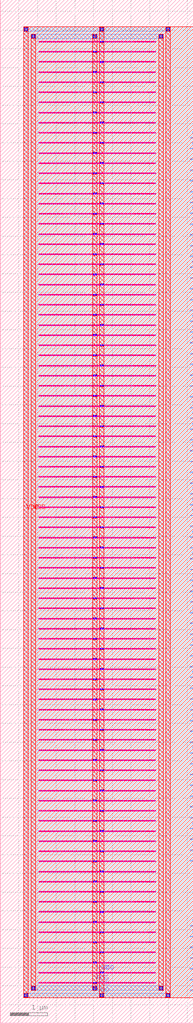
<source format=lef>
VERSION 5.8 ;
BUSBITCHARS "[]" ;
DIVIDERCHAR "/" ;
UNITS
    DATABASE MICRONS 1000 ;
END UNITS

VIA fakeram7_256x32_via1_2_3132_18_1_87_36_36
  VIARULE M2_M1 ;
  CUTSIZE 0.018 0.018 ;
  LAYERS M1 V1 M2 ;
  CUTSPACING 0.018 0.018 ;
  ENCLOSURE 0 0 0.002 0 ;
  ROWCOL 1 87 ;
END fakeram7_256x32_via1_2_3132_18_1_87_36_36

VIA fakeram7_256x32_VIA23_1_3_36_36
    LAYER M2 ;
      RECT  -0.05 -0.009 0.05 0.009 ;
    LAYER M3 ;
      RECT  -0.045 -0.014 0.045 0.014 ;
    LAYER V2 ;
      RECT  0.027 -0.009 0.045 0.009 ;
      RECT  -0.009 -0.009 0.009 0.009 ;
      RECT  -0.045 -0.009 -0.027 0.009 ;
END fakeram7_256x32_VIA23_1_3_36_36

VIA fakeram7_256x32_VIA34_1_2_58_52
    LAYER M3 ;
      RECT  -0.04 -0.017 0.04 0.017 ;
    LAYER M4 ;
      RECT  -0.046 -0.012 0.046 0.012 ;
    LAYER V3 ;
      RECT  0.017 -0.012 0.035 0.012 ;
      RECT  -0.035 -0.012 -0.017 0.012 ;
END fakeram7_256x32_VIA34_1_2_58_52

VIA fakeram7_256x32_VIA45_1_2_58_58
    LAYER M4 ;
      RECT  -0.052 -0.012 0.052 0.012 ;
    LAYER M5 ;
      RECT  -0.06 -0.023 0.06 0.023 ;
    LAYER V4 ;
      RECT  0.017 -0.012 0.041 0.012 ;
      RECT  -0.041 -0.012 -0.017 0.012 ;
END fakeram7_256x32_VIA45_1_2_58_58

VIA fakeram7_256x32_VIA45_2_2_58_58
    LAYER M4 ;
      RECT  -0.052 -0.06 0.052 0.06 ;
    LAYER M5 ;
      RECT  -0.06 -0.052 0.06 0.052 ;
    LAYER V4 ;
      RECT  0.017 0.017 0.041 0.041 ;
      RECT  -0.041 0.017 -0.017 0.041 ;
      RECT  0.017 -0.041 0.041 -0.017 ;
      RECT  -0.041 -0.041 -0.017 -0.017 ;
END fakeram7_256x32_VIA45_2_2_58_58

MACRO fakeram7_256x32
  FOREIGN fakeram7_256x32 0 0 ;
  CLASS BLOCK ;
  SIZE 5.163 BY 27.304 ;
  PIN VDD
    USE POWER ;
    DIRECTION INOUT ;
    PORT
      LAYER M5 ;
        RECT  2.658 0.684 2.778 26.586 ;
      LAYER M2 ;
        RECT  1.026 26.181 4.158 26.199 ;
        RECT  1.026 25.641 4.158 25.659 ;
        RECT  1.026 25.101 4.158 25.119 ;
        RECT  1.026 24.561 4.158 24.579 ;
        RECT  1.026 24.021 4.158 24.039 ;
        RECT  1.026 23.481 4.158 23.499 ;
        RECT  1.026 22.941 4.158 22.959 ;
        RECT  1.026 22.401 4.158 22.419 ;
        RECT  1.026 21.861 4.158 21.879 ;
        RECT  1.026 21.321 4.158 21.339 ;
        RECT  1.026 20.781 4.158 20.799 ;
        RECT  1.026 20.241 4.158 20.259 ;
        RECT  1.026 19.701 4.158 19.719 ;
        RECT  1.026 19.161 4.158 19.179 ;
        RECT  1.026 18.621 4.158 18.639 ;
        RECT  1.026 18.081 4.158 18.099 ;
        RECT  1.026 17.541 4.158 17.559 ;
        RECT  1.026 17.001 4.158 17.019 ;
        RECT  1.026 16.461 4.158 16.479 ;
        RECT  1.026 15.921 4.158 15.939 ;
        RECT  1.026 15.381 4.158 15.399 ;
        RECT  1.026 14.841 4.158 14.859 ;
        RECT  1.026 14.301 4.158 14.319 ;
        RECT  1.026 13.761 4.158 13.779 ;
        RECT  1.026 13.221 4.158 13.239 ;
        RECT  1.026 12.681 4.158 12.699 ;
        RECT  1.026 12.141 4.158 12.159 ;
        RECT  1.026 11.601 4.158 11.619 ;
        RECT  1.026 11.061 4.158 11.079 ;
        RECT  1.026 10.521 4.158 10.539 ;
        RECT  1.026 9.981 4.158 9.999 ;
        RECT  1.026 9.441 4.158 9.459 ;
        RECT  1.026 8.901 4.158 8.919 ;
        RECT  1.026 8.361 4.158 8.379 ;
        RECT  1.026 7.821 4.158 7.839 ;
        RECT  1.026 7.281 4.158 7.299 ;
        RECT  1.026 6.741 4.158 6.759 ;
        RECT  1.026 6.201 4.158 6.219 ;
        RECT  1.026 5.661 4.158 5.679 ;
        RECT  1.026 5.121 4.158 5.139 ;
        RECT  1.026 4.581 4.158 4.599 ;
        RECT  1.026 4.041 4.158 4.059 ;
        RECT  1.026 3.501 4.158 3.519 ;
        RECT  1.026 2.961 4.158 2.979 ;
        RECT  1.026 2.421 4.158 2.439 ;
        RECT  1.026 1.881 4.158 1.899 ;
        RECT  1.026 1.341 4.158 1.359 ;
      LAYER M1 ;
        RECT  1.026 26.181 4.158 26.199 ;
        RECT  1.026 25.641 4.158 25.659 ;
        RECT  1.026 25.101 4.158 25.119 ;
        RECT  1.026 24.561 4.158 24.579 ;
        RECT  1.026 24.021 4.158 24.039 ;
        RECT  1.026 23.481 4.158 23.499 ;
        RECT  1.026 22.941 4.158 22.959 ;
        RECT  1.026 22.401 4.158 22.419 ;
        RECT  1.026 21.861 4.158 21.879 ;
        RECT  1.026 21.321 4.158 21.339 ;
        RECT  1.026 20.781 4.158 20.799 ;
        RECT  1.026 20.241 4.158 20.259 ;
        RECT  1.026 19.701 4.158 19.719 ;
        RECT  1.026 19.161 4.158 19.179 ;
        RECT  1.026 18.621 4.158 18.639 ;
        RECT  1.026 18.081 4.158 18.099 ;
        RECT  1.026 17.541 4.158 17.559 ;
        RECT  1.026 17.001 4.158 17.019 ;
        RECT  1.026 16.461 4.158 16.479 ;
        RECT  1.026 15.921 4.158 15.939 ;
        RECT  1.026 15.381 4.158 15.399 ;
        RECT  1.026 14.841 4.158 14.859 ;
        RECT  1.026 14.301 4.158 14.319 ;
        RECT  1.026 13.761 4.158 13.779 ;
        RECT  1.026 13.221 4.158 13.239 ;
        RECT  1.026 12.681 4.158 12.699 ;
        RECT  1.026 12.141 4.158 12.159 ;
        RECT  1.026 11.601 4.158 11.619 ;
        RECT  1.026 11.061 4.158 11.079 ;
        RECT  1.026 10.521 4.158 10.539 ;
        RECT  1.026 9.981 4.158 9.999 ;
        RECT  1.026 9.441 4.158 9.459 ;
        RECT  1.026 8.901 4.158 8.919 ;
        RECT  1.026 8.361 4.158 8.379 ;
        RECT  1.026 7.821 4.158 7.839 ;
        RECT  1.026 7.281 4.158 7.299 ;
        RECT  1.026 6.741 4.158 6.759 ;
        RECT  1.026 6.201 4.158 6.219 ;
        RECT  1.026 5.661 4.158 5.679 ;
        RECT  1.026 5.121 4.158 5.139 ;
        RECT  1.026 4.581 4.158 4.599 ;
        RECT  1.026 4.041 4.158 4.059 ;
        RECT  1.026 3.501 4.158 3.519 ;
        RECT  1.026 2.961 4.158 2.979 ;
        RECT  1.026 2.421 4.158 2.439 ;
        RECT  1.026 1.881 4.158 1.899 ;
        RECT  1.026 1.341 4.158 1.359 ;
      LAYER M5 ;
        RECT  4.434 0.684 4.554 26.586 ;
      LAYER M4 ;
        RECT  0.63 26.466 4.554 26.586 ;
        RECT  0.63 0.684 4.554 0.804 ;
      LAYER M5 ;
        RECT  0.63 0.684 0.75 26.586 ;
      VIA 4.494 26.526 fakeram7_256x32_VIA45_2_2_58_58 ;
      VIA 4.494 0.744 fakeram7_256x32_VIA45_2_2_58_58 ;
      VIA 2.718 26.526 fakeram7_256x32_VIA45_2_2_58_58 ;
      VIA 2.718 0.744 fakeram7_256x32_VIA45_2_2_58_58 ;
      VIA 0.69 26.526 fakeram7_256x32_VIA45_2_2_58_58 ;
      VIA 0.69 0.744 fakeram7_256x32_VIA45_2_2_58_58 ;
      VIA 2.718 26.19 fakeram7_256x32_VIA45_1_2_58_58 ;
      LAYER M3 ;
        RECT  2.673 26.173 2.763 26.207 ;
      VIA 2.718 26.19 fakeram7_256x32_VIA34_1_2_58_52 ;
      VIA 2.718 26.19 fakeram7_256x32_VIA23_1_3_36_36 ;
      VIA 2.718 25.65 fakeram7_256x32_VIA45_1_2_58_58 ;
      LAYER M3 ;
        RECT  2.673 25.633 2.763 25.667 ;
      VIA 2.718 25.65 fakeram7_256x32_VIA34_1_2_58_52 ;
      VIA 2.718 25.65 fakeram7_256x32_VIA23_1_3_36_36 ;
      VIA 2.718 25.11 fakeram7_256x32_VIA45_1_2_58_58 ;
      LAYER M3 ;
        RECT  2.673 25.093 2.763 25.127 ;
      VIA 2.718 25.11 fakeram7_256x32_VIA34_1_2_58_52 ;
      VIA 2.718 25.11 fakeram7_256x32_VIA23_1_3_36_36 ;
      VIA 2.718 24.57 fakeram7_256x32_VIA45_1_2_58_58 ;
      LAYER M3 ;
        RECT  2.673 24.553 2.763 24.587 ;
      VIA 2.718 24.57 fakeram7_256x32_VIA34_1_2_58_52 ;
      VIA 2.718 24.57 fakeram7_256x32_VIA23_1_3_36_36 ;
      VIA 2.718 24.03 fakeram7_256x32_VIA45_1_2_58_58 ;
      LAYER M3 ;
        RECT  2.673 24.013 2.763 24.047 ;
      VIA 2.718 24.03 fakeram7_256x32_VIA34_1_2_58_52 ;
      VIA 2.718 24.03 fakeram7_256x32_VIA23_1_3_36_36 ;
      VIA 2.718 23.49 fakeram7_256x32_VIA45_1_2_58_58 ;
      LAYER M3 ;
        RECT  2.673 23.473 2.763 23.507 ;
      VIA 2.718 23.49 fakeram7_256x32_VIA34_1_2_58_52 ;
      VIA 2.718 23.49 fakeram7_256x32_VIA23_1_3_36_36 ;
      VIA 2.718 22.95 fakeram7_256x32_VIA45_1_2_58_58 ;
      LAYER M3 ;
        RECT  2.673 22.933 2.763 22.967 ;
      VIA 2.718 22.95 fakeram7_256x32_VIA34_1_2_58_52 ;
      VIA 2.718 22.95 fakeram7_256x32_VIA23_1_3_36_36 ;
      VIA 2.718 22.41 fakeram7_256x32_VIA45_1_2_58_58 ;
      LAYER M3 ;
        RECT  2.673 22.393 2.763 22.427 ;
      VIA 2.718 22.41 fakeram7_256x32_VIA34_1_2_58_52 ;
      VIA 2.718 22.41 fakeram7_256x32_VIA23_1_3_36_36 ;
      VIA 2.718 21.87 fakeram7_256x32_VIA45_1_2_58_58 ;
      LAYER M3 ;
        RECT  2.673 21.853 2.763 21.887 ;
      VIA 2.718 21.87 fakeram7_256x32_VIA34_1_2_58_52 ;
      VIA 2.718 21.87 fakeram7_256x32_VIA23_1_3_36_36 ;
      VIA 2.718 21.33 fakeram7_256x32_VIA45_1_2_58_58 ;
      LAYER M3 ;
        RECT  2.673 21.313 2.763 21.347 ;
      VIA 2.718 21.33 fakeram7_256x32_VIA34_1_2_58_52 ;
      VIA 2.718 21.33 fakeram7_256x32_VIA23_1_3_36_36 ;
      VIA 2.718 20.79 fakeram7_256x32_VIA45_1_2_58_58 ;
      LAYER M3 ;
        RECT  2.673 20.773 2.763 20.807 ;
      VIA 2.718 20.79 fakeram7_256x32_VIA34_1_2_58_52 ;
      VIA 2.718 20.79 fakeram7_256x32_VIA23_1_3_36_36 ;
      VIA 2.718 20.25 fakeram7_256x32_VIA45_1_2_58_58 ;
      LAYER M3 ;
        RECT  2.673 20.233 2.763 20.267 ;
      VIA 2.718 20.25 fakeram7_256x32_VIA34_1_2_58_52 ;
      VIA 2.718 20.25 fakeram7_256x32_VIA23_1_3_36_36 ;
      VIA 2.718 19.71 fakeram7_256x32_VIA45_1_2_58_58 ;
      LAYER M3 ;
        RECT  2.673 19.693 2.763 19.727 ;
      VIA 2.718 19.71 fakeram7_256x32_VIA34_1_2_58_52 ;
      VIA 2.718 19.71 fakeram7_256x32_VIA23_1_3_36_36 ;
      VIA 2.718 19.17 fakeram7_256x32_VIA45_1_2_58_58 ;
      LAYER M3 ;
        RECT  2.673 19.153 2.763 19.187 ;
      VIA 2.718 19.17 fakeram7_256x32_VIA34_1_2_58_52 ;
      VIA 2.718 19.17 fakeram7_256x32_VIA23_1_3_36_36 ;
      VIA 2.718 18.63 fakeram7_256x32_VIA45_1_2_58_58 ;
      LAYER M3 ;
        RECT  2.673 18.613 2.763 18.647 ;
      VIA 2.718 18.63 fakeram7_256x32_VIA34_1_2_58_52 ;
      VIA 2.718 18.63 fakeram7_256x32_VIA23_1_3_36_36 ;
      VIA 2.718 18.09 fakeram7_256x32_VIA45_1_2_58_58 ;
      LAYER M3 ;
        RECT  2.673 18.073 2.763 18.107 ;
      VIA 2.718 18.09 fakeram7_256x32_VIA34_1_2_58_52 ;
      VIA 2.718 18.09 fakeram7_256x32_VIA23_1_3_36_36 ;
      VIA 2.718 17.55 fakeram7_256x32_VIA45_1_2_58_58 ;
      LAYER M3 ;
        RECT  2.673 17.533 2.763 17.567 ;
      VIA 2.718 17.55 fakeram7_256x32_VIA34_1_2_58_52 ;
      VIA 2.718 17.55 fakeram7_256x32_VIA23_1_3_36_36 ;
      VIA 2.718 17.01 fakeram7_256x32_VIA45_1_2_58_58 ;
      LAYER M3 ;
        RECT  2.673 16.993 2.763 17.027 ;
      VIA 2.718 17.01 fakeram7_256x32_VIA34_1_2_58_52 ;
      VIA 2.718 17.01 fakeram7_256x32_VIA23_1_3_36_36 ;
      VIA 2.718 16.47 fakeram7_256x32_VIA45_1_2_58_58 ;
      LAYER M3 ;
        RECT  2.673 16.453 2.763 16.487 ;
      VIA 2.718 16.47 fakeram7_256x32_VIA34_1_2_58_52 ;
      VIA 2.718 16.47 fakeram7_256x32_VIA23_1_3_36_36 ;
      VIA 2.718 15.93 fakeram7_256x32_VIA45_1_2_58_58 ;
      LAYER M3 ;
        RECT  2.673 15.913 2.763 15.947 ;
      VIA 2.718 15.93 fakeram7_256x32_VIA34_1_2_58_52 ;
      VIA 2.718 15.93 fakeram7_256x32_VIA23_1_3_36_36 ;
      VIA 2.718 15.39 fakeram7_256x32_VIA45_1_2_58_58 ;
      LAYER M3 ;
        RECT  2.673 15.373 2.763 15.407 ;
      VIA 2.718 15.39 fakeram7_256x32_VIA34_1_2_58_52 ;
      VIA 2.718 15.39 fakeram7_256x32_VIA23_1_3_36_36 ;
      VIA 2.718 14.85 fakeram7_256x32_VIA45_1_2_58_58 ;
      LAYER M3 ;
        RECT  2.673 14.833 2.763 14.867 ;
      VIA 2.718 14.85 fakeram7_256x32_VIA34_1_2_58_52 ;
      VIA 2.718 14.85 fakeram7_256x32_VIA23_1_3_36_36 ;
      VIA 2.718 14.31 fakeram7_256x32_VIA45_1_2_58_58 ;
      LAYER M3 ;
        RECT  2.673 14.293 2.763 14.327 ;
      VIA 2.718 14.31 fakeram7_256x32_VIA34_1_2_58_52 ;
      VIA 2.718 14.31 fakeram7_256x32_VIA23_1_3_36_36 ;
      VIA 2.718 13.77 fakeram7_256x32_VIA45_1_2_58_58 ;
      LAYER M3 ;
        RECT  2.673 13.753 2.763 13.787 ;
      VIA 2.718 13.77 fakeram7_256x32_VIA34_1_2_58_52 ;
      VIA 2.718 13.77 fakeram7_256x32_VIA23_1_3_36_36 ;
      VIA 2.718 13.23 fakeram7_256x32_VIA45_1_2_58_58 ;
      LAYER M3 ;
        RECT  2.673 13.213 2.763 13.247 ;
      VIA 2.718 13.23 fakeram7_256x32_VIA34_1_2_58_52 ;
      VIA 2.718 13.23 fakeram7_256x32_VIA23_1_3_36_36 ;
      VIA 2.718 12.69 fakeram7_256x32_VIA45_1_2_58_58 ;
      LAYER M3 ;
        RECT  2.673 12.673 2.763 12.707 ;
      VIA 2.718 12.69 fakeram7_256x32_VIA34_1_2_58_52 ;
      VIA 2.718 12.69 fakeram7_256x32_VIA23_1_3_36_36 ;
      VIA 2.718 12.15 fakeram7_256x32_VIA45_1_2_58_58 ;
      LAYER M3 ;
        RECT  2.673 12.133 2.763 12.167 ;
      VIA 2.718 12.15 fakeram7_256x32_VIA34_1_2_58_52 ;
      VIA 2.718 12.15 fakeram7_256x32_VIA23_1_3_36_36 ;
      VIA 2.718 11.61 fakeram7_256x32_VIA45_1_2_58_58 ;
      LAYER M3 ;
        RECT  2.673 11.593 2.763 11.627 ;
      VIA 2.718 11.61 fakeram7_256x32_VIA34_1_2_58_52 ;
      VIA 2.718 11.61 fakeram7_256x32_VIA23_1_3_36_36 ;
      VIA 2.718 11.07 fakeram7_256x32_VIA45_1_2_58_58 ;
      LAYER M3 ;
        RECT  2.673 11.053 2.763 11.087 ;
      VIA 2.718 11.07 fakeram7_256x32_VIA34_1_2_58_52 ;
      VIA 2.718 11.07 fakeram7_256x32_VIA23_1_3_36_36 ;
      VIA 2.718 10.53 fakeram7_256x32_VIA45_1_2_58_58 ;
      LAYER M3 ;
        RECT  2.673 10.513 2.763 10.547 ;
      VIA 2.718 10.53 fakeram7_256x32_VIA34_1_2_58_52 ;
      VIA 2.718 10.53 fakeram7_256x32_VIA23_1_3_36_36 ;
      VIA 2.718 9.99 fakeram7_256x32_VIA45_1_2_58_58 ;
      LAYER M3 ;
        RECT  2.673 9.973 2.763 10.007 ;
      VIA 2.718 9.99 fakeram7_256x32_VIA34_1_2_58_52 ;
      VIA 2.718 9.99 fakeram7_256x32_VIA23_1_3_36_36 ;
      VIA 2.718 9.45 fakeram7_256x32_VIA45_1_2_58_58 ;
      LAYER M3 ;
        RECT  2.673 9.433 2.763 9.467 ;
      VIA 2.718 9.45 fakeram7_256x32_VIA34_1_2_58_52 ;
      VIA 2.718 9.45 fakeram7_256x32_VIA23_1_3_36_36 ;
      VIA 2.718 8.91 fakeram7_256x32_VIA45_1_2_58_58 ;
      LAYER M3 ;
        RECT  2.673 8.893 2.763 8.927 ;
      VIA 2.718 8.91 fakeram7_256x32_VIA34_1_2_58_52 ;
      VIA 2.718 8.91 fakeram7_256x32_VIA23_1_3_36_36 ;
      VIA 2.718 8.37 fakeram7_256x32_VIA45_1_2_58_58 ;
      LAYER M3 ;
        RECT  2.673 8.353 2.763 8.387 ;
      VIA 2.718 8.37 fakeram7_256x32_VIA34_1_2_58_52 ;
      VIA 2.718 8.37 fakeram7_256x32_VIA23_1_3_36_36 ;
      VIA 2.718 7.83 fakeram7_256x32_VIA45_1_2_58_58 ;
      LAYER M3 ;
        RECT  2.673 7.813 2.763 7.847 ;
      VIA 2.718 7.83 fakeram7_256x32_VIA34_1_2_58_52 ;
      VIA 2.718 7.83 fakeram7_256x32_VIA23_1_3_36_36 ;
      VIA 2.718 7.29 fakeram7_256x32_VIA45_1_2_58_58 ;
      LAYER M3 ;
        RECT  2.673 7.273 2.763 7.307 ;
      VIA 2.718 7.29 fakeram7_256x32_VIA34_1_2_58_52 ;
      VIA 2.718 7.29 fakeram7_256x32_VIA23_1_3_36_36 ;
      VIA 2.718 6.75 fakeram7_256x32_VIA45_1_2_58_58 ;
      LAYER M3 ;
        RECT  2.673 6.733 2.763 6.767 ;
      VIA 2.718 6.75 fakeram7_256x32_VIA34_1_2_58_52 ;
      VIA 2.718 6.75 fakeram7_256x32_VIA23_1_3_36_36 ;
      VIA 2.718 6.21 fakeram7_256x32_VIA45_1_2_58_58 ;
      LAYER M3 ;
        RECT  2.673 6.193 2.763 6.227 ;
      VIA 2.718 6.21 fakeram7_256x32_VIA34_1_2_58_52 ;
      VIA 2.718 6.21 fakeram7_256x32_VIA23_1_3_36_36 ;
      VIA 2.718 5.67 fakeram7_256x32_VIA45_1_2_58_58 ;
      LAYER M3 ;
        RECT  2.673 5.653 2.763 5.687 ;
      VIA 2.718 5.67 fakeram7_256x32_VIA34_1_2_58_52 ;
      VIA 2.718 5.67 fakeram7_256x32_VIA23_1_3_36_36 ;
      VIA 2.718 5.13 fakeram7_256x32_VIA45_1_2_58_58 ;
      LAYER M3 ;
        RECT  2.673 5.113 2.763 5.147 ;
      VIA 2.718 5.13 fakeram7_256x32_VIA34_1_2_58_52 ;
      VIA 2.718 5.13 fakeram7_256x32_VIA23_1_3_36_36 ;
      VIA 2.718 4.59 fakeram7_256x32_VIA45_1_2_58_58 ;
      LAYER M3 ;
        RECT  2.673 4.573 2.763 4.607 ;
      VIA 2.718 4.59 fakeram7_256x32_VIA34_1_2_58_52 ;
      VIA 2.718 4.59 fakeram7_256x32_VIA23_1_3_36_36 ;
      VIA 2.718 4.05 fakeram7_256x32_VIA45_1_2_58_58 ;
      LAYER M3 ;
        RECT  2.673 4.033 2.763 4.067 ;
      VIA 2.718 4.05 fakeram7_256x32_VIA34_1_2_58_52 ;
      VIA 2.718 4.05 fakeram7_256x32_VIA23_1_3_36_36 ;
      VIA 2.718 3.51 fakeram7_256x32_VIA45_1_2_58_58 ;
      LAYER M3 ;
        RECT  2.673 3.493 2.763 3.527 ;
      VIA 2.718 3.51 fakeram7_256x32_VIA34_1_2_58_52 ;
      VIA 2.718 3.51 fakeram7_256x32_VIA23_1_3_36_36 ;
      VIA 2.718 2.97 fakeram7_256x32_VIA45_1_2_58_58 ;
      LAYER M3 ;
        RECT  2.673 2.953 2.763 2.987 ;
      VIA 2.718 2.97 fakeram7_256x32_VIA34_1_2_58_52 ;
      VIA 2.718 2.97 fakeram7_256x32_VIA23_1_3_36_36 ;
      VIA 2.718 2.43 fakeram7_256x32_VIA45_1_2_58_58 ;
      LAYER M3 ;
        RECT  2.673 2.413 2.763 2.447 ;
      VIA 2.718 2.43 fakeram7_256x32_VIA34_1_2_58_52 ;
      VIA 2.718 2.43 fakeram7_256x32_VIA23_1_3_36_36 ;
      VIA 2.718 1.89 fakeram7_256x32_VIA45_1_2_58_58 ;
      LAYER M3 ;
        RECT  2.673 1.873 2.763 1.907 ;
      VIA 2.718 1.89 fakeram7_256x32_VIA34_1_2_58_52 ;
      VIA 2.718 1.89 fakeram7_256x32_VIA23_1_3_36_36 ;
      VIA 2.718 1.35 fakeram7_256x32_VIA45_1_2_58_58 ;
      LAYER M3 ;
        RECT  2.673 1.333 2.763 1.367 ;
      VIA 2.718 1.35 fakeram7_256x32_VIA34_1_2_58_52 ;
      VIA 2.718 1.35 fakeram7_256x32_VIA23_1_3_36_36 ;
      VIA 2.592 26.19 fakeram7_256x32_via1_2_3132_18_1_87_36_36 ;
      VIA 2.592 25.65 fakeram7_256x32_via1_2_3132_18_1_87_36_36 ;
      VIA 2.592 25.11 fakeram7_256x32_via1_2_3132_18_1_87_36_36 ;
      VIA 2.592 24.57 fakeram7_256x32_via1_2_3132_18_1_87_36_36 ;
      VIA 2.592 24.03 fakeram7_256x32_via1_2_3132_18_1_87_36_36 ;
      VIA 2.592 23.49 fakeram7_256x32_via1_2_3132_18_1_87_36_36 ;
      VIA 2.592 22.95 fakeram7_256x32_via1_2_3132_18_1_87_36_36 ;
      VIA 2.592 22.41 fakeram7_256x32_via1_2_3132_18_1_87_36_36 ;
      VIA 2.592 21.87 fakeram7_256x32_via1_2_3132_18_1_87_36_36 ;
      VIA 2.592 21.33 fakeram7_256x32_via1_2_3132_18_1_87_36_36 ;
      VIA 2.592 20.79 fakeram7_256x32_via1_2_3132_18_1_87_36_36 ;
      VIA 2.592 20.25 fakeram7_256x32_via1_2_3132_18_1_87_36_36 ;
      VIA 2.592 19.71 fakeram7_256x32_via1_2_3132_18_1_87_36_36 ;
      VIA 2.592 19.17 fakeram7_256x32_via1_2_3132_18_1_87_36_36 ;
      VIA 2.592 18.63 fakeram7_256x32_via1_2_3132_18_1_87_36_36 ;
      VIA 2.592 18.09 fakeram7_256x32_via1_2_3132_18_1_87_36_36 ;
      VIA 2.592 17.55 fakeram7_256x32_via1_2_3132_18_1_87_36_36 ;
      VIA 2.592 17.01 fakeram7_256x32_via1_2_3132_18_1_87_36_36 ;
      VIA 2.592 16.47 fakeram7_256x32_via1_2_3132_18_1_87_36_36 ;
      VIA 2.592 15.93 fakeram7_256x32_via1_2_3132_18_1_87_36_36 ;
      VIA 2.592 15.39 fakeram7_256x32_via1_2_3132_18_1_87_36_36 ;
      VIA 2.592 14.85 fakeram7_256x32_via1_2_3132_18_1_87_36_36 ;
      VIA 2.592 14.31 fakeram7_256x32_via1_2_3132_18_1_87_36_36 ;
      VIA 2.592 13.77 fakeram7_256x32_via1_2_3132_18_1_87_36_36 ;
      VIA 2.592 13.23 fakeram7_256x32_via1_2_3132_18_1_87_36_36 ;
      VIA 2.592 12.69 fakeram7_256x32_via1_2_3132_18_1_87_36_36 ;
      VIA 2.592 12.15 fakeram7_256x32_via1_2_3132_18_1_87_36_36 ;
      VIA 2.592 11.61 fakeram7_256x32_via1_2_3132_18_1_87_36_36 ;
      VIA 2.592 11.07 fakeram7_256x32_via1_2_3132_18_1_87_36_36 ;
      VIA 2.592 10.53 fakeram7_256x32_via1_2_3132_18_1_87_36_36 ;
      VIA 2.592 9.99 fakeram7_256x32_via1_2_3132_18_1_87_36_36 ;
      VIA 2.592 9.45 fakeram7_256x32_via1_2_3132_18_1_87_36_36 ;
      VIA 2.592 8.91 fakeram7_256x32_via1_2_3132_18_1_87_36_36 ;
      VIA 2.592 8.37 fakeram7_256x32_via1_2_3132_18_1_87_36_36 ;
      VIA 2.592 7.83 fakeram7_256x32_via1_2_3132_18_1_87_36_36 ;
      VIA 2.592 7.29 fakeram7_256x32_via1_2_3132_18_1_87_36_36 ;
      VIA 2.592 6.75 fakeram7_256x32_via1_2_3132_18_1_87_36_36 ;
      VIA 2.592 6.21 fakeram7_256x32_via1_2_3132_18_1_87_36_36 ;
      VIA 2.592 5.67 fakeram7_256x32_via1_2_3132_18_1_87_36_36 ;
      VIA 2.592 5.13 fakeram7_256x32_via1_2_3132_18_1_87_36_36 ;
      VIA 2.592 4.59 fakeram7_256x32_via1_2_3132_18_1_87_36_36 ;
      VIA 2.592 4.05 fakeram7_256x32_via1_2_3132_18_1_87_36_36 ;
      VIA 2.592 3.51 fakeram7_256x32_via1_2_3132_18_1_87_36_36 ;
      VIA 2.592 2.97 fakeram7_256x32_via1_2_3132_18_1_87_36_36 ;
      VIA 2.592 2.43 fakeram7_256x32_via1_2_3132_18_1_87_36_36 ;
      VIA 2.592 1.89 fakeram7_256x32_via1_2_3132_18_1_87_36_36 ;
      VIA 2.592 1.35 fakeram7_256x32_via1_2_3132_18_1_87_36_36 ;
    END
  END VDD
  PIN VSS
    USE GROUND ;
    DIRECTION INOUT ;
    PORT
      LAYER M5 ;
        RECT  2.466 0.876 2.586 26.394 ;
      LAYER M2 ;
        RECT  1.026 25.911 4.158 25.929 ;
        RECT  1.026 25.371 4.158 25.389 ;
        RECT  1.026 24.831 4.158 24.849 ;
        RECT  1.026 24.291 4.158 24.309 ;
        RECT  1.026 23.751 4.158 23.769 ;
        RECT  1.026 23.211 4.158 23.229 ;
        RECT  1.026 22.671 4.158 22.689 ;
        RECT  1.026 22.131 4.158 22.149 ;
        RECT  1.026 21.591 4.158 21.609 ;
        RECT  1.026 21.051 4.158 21.069 ;
        RECT  1.026 20.511 4.158 20.529 ;
        RECT  1.026 19.971 4.158 19.989 ;
        RECT  1.026 19.431 4.158 19.449 ;
        RECT  1.026 18.891 4.158 18.909 ;
        RECT  1.026 18.351 4.158 18.369 ;
        RECT  1.026 17.811 4.158 17.829 ;
        RECT  1.026 17.271 4.158 17.289 ;
        RECT  1.026 16.731 4.158 16.749 ;
        RECT  1.026 16.191 4.158 16.209 ;
        RECT  1.026 15.651 4.158 15.669 ;
        RECT  1.026 15.111 4.158 15.129 ;
        RECT  1.026 14.571 4.158 14.589 ;
        RECT  1.026 14.031 4.158 14.049 ;
        RECT  1.026 13.491 4.158 13.509 ;
        RECT  1.026 12.951 4.158 12.969 ;
        RECT  1.026 12.411 4.158 12.429 ;
        RECT  1.026 11.871 4.158 11.889 ;
        RECT  1.026 11.331 4.158 11.349 ;
        RECT  1.026 10.791 4.158 10.809 ;
        RECT  1.026 10.251 4.158 10.269 ;
        RECT  1.026 9.711 4.158 9.729 ;
        RECT  1.026 9.171 4.158 9.189 ;
        RECT  1.026 8.631 4.158 8.649 ;
        RECT  1.026 8.091 4.158 8.109 ;
        RECT  1.026 7.551 4.158 7.569 ;
        RECT  1.026 7.011 4.158 7.029 ;
        RECT  1.026 6.471 4.158 6.489 ;
        RECT  1.026 5.931 4.158 5.949 ;
        RECT  1.026 5.391 4.158 5.409 ;
        RECT  1.026 4.851 4.158 4.869 ;
        RECT  1.026 4.311 4.158 4.329 ;
        RECT  1.026 3.771 4.158 3.789 ;
        RECT  1.026 3.231 4.158 3.249 ;
        RECT  1.026 2.691 4.158 2.709 ;
        RECT  1.026 2.151 4.158 2.169 ;
        RECT  1.026 1.611 4.158 1.629 ;
        RECT  1.026 1.071 4.158 1.089 ;
      LAYER M1 ;
        RECT  1.026 25.911 4.158 25.929 ;
        RECT  1.026 25.371 4.158 25.389 ;
        RECT  1.026 24.831 4.158 24.849 ;
        RECT  1.026 24.291 4.158 24.309 ;
        RECT  1.026 23.751 4.158 23.769 ;
        RECT  1.026 23.211 4.158 23.229 ;
        RECT  1.026 22.671 4.158 22.689 ;
        RECT  1.026 22.131 4.158 22.149 ;
        RECT  1.026 21.591 4.158 21.609 ;
        RECT  1.026 21.051 4.158 21.069 ;
        RECT  1.026 20.511 4.158 20.529 ;
        RECT  1.026 19.971 4.158 19.989 ;
        RECT  1.026 19.431 4.158 19.449 ;
        RECT  1.026 18.891 4.158 18.909 ;
        RECT  1.026 18.351 4.158 18.369 ;
        RECT  1.026 17.811 4.158 17.829 ;
        RECT  1.026 17.271 4.158 17.289 ;
        RECT  1.026 16.731 4.158 16.749 ;
        RECT  1.026 16.191 4.158 16.209 ;
        RECT  1.026 15.651 4.158 15.669 ;
        RECT  1.026 15.111 4.158 15.129 ;
        RECT  1.026 14.571 4.158 14.589 ;
        RECT  1.026 14.031 4.158 14.049 ;
        RECT  1.026 13.491 4.158 13.509 ;
        RECT  1.026 12.951 4.158 12.969 ;
        RECT  1.026 12.411 4.158 12.429 ;
        RECT  1.026 11.871 4.158 11.889 ;
        RECT  1.026 11.331 4.158 11.349 ;
        RECT  1.026 10.791 4.158 10.809 ;
        RECT  1.026 10.251 4.158 10.269 ;
        RECT  1.026 9.711 4.158 9.729 ;
        RECT  1.026 9.171 4.158 9.189 ;
        RECT  1.026 8.631 4.158 8.649 ;
        RECT  1.026 8.091 4.158 8.109 ;
        RECT  1.026 7.551 4.158 7.569 ;
        RECT  1.026 7.011 4.158 7.029 ;
        RECT  1.026 6.471 4.158 6.489 ;
        RECT  1.026 5.931 4.158 5.949 ;
        RECT  1.026 5.391 4.158 5.409 ;
        RECT  1.026 4.851 4.158 4.869 ;
        RECT  1.026 4.311 4.158 4.329 ;
        RECT  1.026 3.771 4.158 3.789 ;
        RECT  1.026 3.231 4.158 3.249 ;
        RECT  1.026 2.691 4.158 2.709 ;
        RECT  1.026 2.151 4.158 2.169 ;
        RECT  1.026 1.611 4.158 1.629 ;
        RECT  1.026 1.071 4.158 1.089 ;
      LAYER M5 ;
        RECT  4.242 0.876 4.362 26.394 ;
      LAYER M4 ;
        RECT  0.822 26.274 4.362 26.394 ;
        RECT  0.822 0.876 4.362 0.996 ;
      LAYER M5 ;
        RECT  0.822 0.876 0.942 26.394 ;
      VIA 4.302 26.334 fakeram7_256x32_VIA45_2_2_58_58 ;
      VIA 4.302 0.936 fakeram7_256x32_VIA45_2_2_58_58 ;
      VIA 2.526 26.334 fakeram7_256x32_VIA45_2_2_58_58 ;
      VIA 2.526 0.936 fakeram7_256x32_VIA45_2_2_58_58 ;
      VIA 0.882 26.334 fakeram7_256x32_VIA45_2_2_58_58 ;
      VIA 0.882 0.936 fakeram7_256x32_VIA45_2_2_58_58 ;
      VIA 2.526 25.92 fakeram7_256x32_VIA45_1_2_58_58 ;
      LAYER M3 ;
        RECT  2.481 25.903 2.571 25.937 ;
      VIA 2.526 25.92 fakeram7_256x32_VIA34_1_2_58_52 ;
      VIA 2.526 25.92 fakeram7_256x32_VIA23_1_3_36_36 ;
      VIA 2.526 25.38 fakeram7_256x32_VIA45_1_2_58_58 ;
      LAYER M3 ;
        RECT  2.481 25.363 2.571 25.397 ;
      VIA 2.526 25.38 fakeram7_256x32_VIA34_1_2_58_52 ;
      VIA 2.526 25.38 fakeram7_256x32_VIA23_1_3_36_36 ;
      VIA 2.526 24.84 fakeram7_256x32_VIA45_1_2_58_58 ;
      LAYER M3 ;
        RECT  2.481 24.823 2.571 24.857 ;
      VIA 2.526 24.84 fakeram7_256x32_VIA34_1_2_58_52 ;
      VIA 2.526 24.84 fakeram7_256x32_VIA23_1_3_36_36 ;
      VIA 2.526 24.3 fakeram7_256x32_VIA45_1_2_58_58 ;
      LAYER M3 ;
        RECT  2.481 24.283 2.571 24.317 ;
      VIA 2.526 24.3 fakeram7_256x32_VIA34_1_2_58_52 ;
      VIA 2.526 24.3 fakeram7_256x32_VIA23_1_3_36_36 ;
      VIA 2.526 23.76 fakeram7_256x32_VIA45_1_2_58_58 ;
      LAYER M3 ;
        RECT  2.481 23.743 2.571 23.777 ;
      VIA 2.526 23.76 fakeram7_256x32_VIA34_1_2_58_52 ;
      VIA 2.526 23.76 fakeram7_256x32_VIA23_1_3_36_36 ;
      VIA 2.526 23.22 fakeram7_256x32_VIA45_1_2_58_58 ;
      LAYER M3 ;
        RECT  2.481 23.203 2.571 23.237 ;
      VIA 2.526 23.22 fakeram7_256x32_VIA34_1_2_58_52 ;
      VIA 2.526 23.22 fakeram7_256x32_VIA23_1_3_36_36 ;
      VIA 2.526 22.68 fakeram7_256x32_VIA45_1_2_58_58 ;
      LAYER M3 ;
        RECT  2.481 22.663 2.571 22.697 ;
      VIA 2.526 22.68 fakeram7_256x32_VIA34_1_2_58_52 ;
      VIA 2.526 22.68 fakeram7_256x32_VIA23_1_3_36_36 ;
      VIA 2.526 22.14 fakeram7_256x32_VIA45_1_2_58_58 ;
      LAYER M3 ;
        RECT  2.481 22.123 2.571 22.157 ;
      VIA 2.526 22.14 fakeram7_256x32_VIA34_1_2_58_52 ;
      VIA 2.526 22.14 fakeram7_256x32_VIA23_1_3_36_36 ;
      VIA 2.526 21.6 fakeram7_256x32_VIA45_1_2_58_58 ;
      LAYER M3 ;
        RECT  2.481 21.583 2.571 21.617 ;
      VIA 2.526 21.6 fakeram7_256x32_VIA34_1_2_58_52 ;
      VIA 2.526 21.6 fakeram7_256x32_VIA23_1_3_36_36 ;
      VIA 2.526 21.06 fakeram7_256x32_VIA45_1_2_58_58 ;
      LAYER M3 ;
        RECT  2.481 21.043 2.571 21.077 ;
      VIA 2.526 21.06 fakeram7_256x32_VIA34_1_2_58_52 ;
      VIA 2.526 21.06 fakeram7_256x32_VIA23_1_3_36_36 ;
      VIA 2.526 20.52 fakeram7_256x32_VIA45_1_2_58_58 ;
      LAYER M3 ;
        RECT  2.481 20.503 2.571 20.537 ;
      VIA 2.526 20.52 fakeram7_256x32_VIA34_1_2_58_52 ;
      VIA 2.526 20.52 fakeram7_256x32_VIA23_1_3_36_36 ;
      VIA 2.526 19.98 fakeram7_256x32_VIA45_1_2_58_58 ;
      LAYER M3 ;
        RECT  2.481 19.963 2.571 19.997 ;
      VIA 2.526 19.98 fakeram7_256x32_VIA34_1_2_58_52 ;
      VIA 2.526 19.98 fakeram7_256x32_VIA23_1_3_36_36 ;
      VIA 2.526 19.44 fakeram7_256x32_VIA45_1_2_58_58 ;
      LAYER M3 ;
        RECT  2.481 19.423 2.571 19.457 ;
      VIA 2.526 19.44 fakeram7_256x32_VIA34_1_2_58_52 ;
      VIA 2.526 19.44 fakeram7_256x32_VIA23_1_3_36_36 ;
      VIA 2.526 18.9 fakeram7_256x32_VIA45_1_2_58_58 ;
      LAYER M3 ;
        RECT  2.481 18.883 2.571 18.917 ;
      VIA 2.526 18.9 fakeram7_256x32_VIA34_1_2_58_52 ;
      VIA 2.526 18.9 fakeram7_256x32_VIA23_1_3_36_36 ;
      VIA 2.526 18.36 fakeram7_256x32_VIA45_1_2_58_58 ;
      LAYER M3 ;
        RECT  2.481 18.343 2.571 18.377 ;
      VIA 2.526 18.36 fakeram7_256x32_VIA34_1_2_58_52 ;
      VIA 2.526 18.36 fakeram7_256x32_VIA23_1_3_36_36 ;
      VIA 2.526 17.82 fakeram7_256x32_VIA45_1_2_58_58 ;
      LAYER M3 ;
        RECT  2.481 17.803 2.571 17.837 ;
      VIA 2.526 17.82 fakeram7_256x32_VIA34_1_2_58_52 ;
      VIA 2.526 17.82 fakeram7_256x32_VIA23_1_3_36_36 ;
      VIA 2.526 17.28 fakeram7_256x32_VIA45_1_2_58_58 ;
      LAYER M3 ;
        RECT  2.481 17.263 2.571 17.297 ;
      VIA 2.526 17.28 fakeram7_256x32_VIA34_1_2_58_52 ;
      VIA 2.526 17.28 fakeram7_256x32_VIA23_1_3_36_36 ;
      VIA 2.526 16.74 fakeram7_256x32_VIA45_1_2_58_58 ;
      LAYER M3 ;
        RECT  2.481 16.723 2.571 16.757 ;
      VIA 2.526 16.74 fakeram7_256x32_VIA34_1_2_58_52 ;
      VIA 2.526 16.74 fakeram7_256x32_VIA23_1_3_36_36 ;
      VIA 2.526 16.2 fakeram7_256x32_VIA45_1_2_58_58 ;
      LAYER M3 ;
        RECT  2.481 16.183 2.571 16.217 ;
      VIA 2.526 16.2 fakeram7_256x32_VIA34_1_2_58_52 ;
      VIA 2.526 16.2 fakeram7_256x32_VIA23_1_3_36_36 ;
      VIA 2.526 15.66 fakeram7_256x32_VIA45_1_2_58_58 ;
      LAYER M3 ;
        RECT  2.481 15.643 2.571 15.677 ;
      VIA 2.526 15.66 fakeram7_256x32_VIA34_1_2_58_52 ;
      VIA 2.526 15.66 fakeram7_256x32_VIA23_1_3_36_36 ;
      VIA 2.526 15.12 fakeram7_256x32_VIA45_1_2_58_58 ;
      LAYER M3 ;
        RECT  2.481 15.103 2.571 15.137 ;
      VIA 2.526 15.12 fakeram7_256x32_VIA34_1_2_58_52 ;
      VIA 2.526 15.12 fakeram7_256x32_VIA23_1_3_36_36 ;
      VIA 2.526 14.58 fakeram7_256x32_VIA45_1_2_58_58 ;
      LAYER M3 ;
        RECT  2.481 14.563 2.571 14.597 ;
      VIA 2.526 14.58 fakeram7_256x32_VIA34_1_2_58_52 ;
      VIA 2.526 14.58 fakeram7_256x32_VIA23_1_3_36_36 ;
      VIA 2.526 14.04 fakeram7_256x32_VIA45_1_2_58_58 ;
      LAYER M3 ;
        RECT  2.481 14.023 2.571 14.057 ;
      VIA 2.526 14.04 fakeram7_256x32_VIA34_1_2_58_52 ;
      VIA 2.526 14.04 fakeram7_256x32_VIA23_1_3_36_36 ;
      VIA 2.526 13.5 fakeram7_256x32_VIA45_1_2_58_58 ;
      LAYER M3 ;
        RECT  2.481 13.483 2.571 13.517 ;
      VIA 2.526 13.5 fakeram7_256x32_VIA34_1_2_58_52 ;
      VIA 2.526 13.5 fakeram7_256x32_VIA23_1_3_36_36 ;
      VIA 2.526 12.96 fakeram7_256x32_VIA45_1_2_58_58 ;
      LAYER M3 ;
        RECT  2.481 12.943 2.571 12.977 ;
      VIA 2.526 12.96 fakeram7_256x32_VIA34_1_2_58_52 ;
      VIA 2.526 12.96 fakeram7_256x32_VIA23_1_3_36_36 ;
      VIA 2.526 12.42 fakeram7_256x32_VIA45_1_2_58_58 ;
      LAYER M3 ;
        RECT  2.481 12.403 2.571 12.437 ;
      VIA 2.526 12.42 fakeram7_256x32_VIA34_1_2_58_52 ;
      VIA 2.526 12.42 fakeram7_256x32_VIA23_1_3_36_36 ;
      VIA 2.526 11.88 fakeram7_256x32_VIA45_1_2_58_58 ;
      LAYER M3 ;
        RECT  2.481 11.863 2.571 11.897 ;
      VIA 2.526 11.88 fakeram7_256x32_VIA34_1_2_58_52 ;
      VIA 2.526 11.88 fakeram7_256x32_VIA23_1_3_36_36 ;
      VIA 2.526 11.34 fakeram7_256x32_VIA45_1_2_58_58 ;
      LAYER M3 ;
        RECT  2.481 11.323 2.571 11.357 ;
      VIA 2.526 11.34 fakeram7_256x32_VIA34_1_2_58_52 ;
      VIA 2.526 11.34 fakeram7_256x32_VIA23_1_3_36_36 ;
      VIA 2.526 10.8 fakeram7_256x32_VIA45_1_2_58_58 ;
      LAYER M3 ;
        RECT  2.481 10.783 2.571 10.817 ;
      VIA 2.526 10.8 fakeram7_256x32_VIA34_1_2_58_52 ;
      VIA 2.526 10.8 fakeram7_256x32_VIA23_1_3_36_36 ;
      VIA 2.526 10.26 fakeram7_256x32_VIA45_1_2_58_58 ;
      LAYER M3 ;
        RECT  2.481 10.243 2.571 10.277 ;
      VIA 2.526 10.26 fakeram7_256x32_VIA34_1_2_58_52 ;
      VIA 2.526 10.26 fakeram7_256x32_VIA23_1_3_36_36 ;
      VIA 2.526 9.72 fakeram7_256x32_VIA45_1_2_58_58 ;
      LAYER M3 ;
        RECT  2.481 9.703 2.571 9.737 ;
      VIA 2.526 9.72 fakeram7_256x32_VIA34_1_2_58_52 ;
      VIA 2.526 9.72 fakeram7_256x32_VIA23_1_3_36_36 ;
      VIA 2.526 9.18 fakeram7_256x32_VIA45_1_2_58_58 ;
      LAYER M3 ;
        RECT  2.481 9.163 2.571 9.197 ;
      VIA 2.526 9.18 fakeram7_256x32_VIA34_1_2_58_52 ;
      VIA 2.526 9.18 fakeram7_256x32_VIA23_1_3_36_36 ;
      VIA 2.526 8.64 fakeram7_256x32_VIA45_1_2_58_58 ;
      LAYER M3 ;
        RECT  2.481 8.623 2.571 8.657 ;
      VIA 2.526 8.64 fakeram7_256x32_VIA34_1_2_58_52 ;
      VIA 2.526 8.64 fakeram7_256x32_VIA23_1_3_36_36 ;
      VIA 2.526 8.1 fakeram7_256x32_VIA45_1_2_58_58 ;
      LAYER M3 ;
        RECT  2.481 8.083 2.571 8.117 ;
      VIA 2.526 8.1 fakeram7_256x32_VIA34_1_2_58_52 ;
      VIA 2.526 8.1 fakeram7_256x32_VIA23_1_3_36_36 ;
      VIA 2.526 7.56 fakeram7_256x32_VIA45_1_2_58_58 ;
      LAYER M3 ;
        RECT  2.481 7.543 2.571 7.577 ;
      VIA 2.526 7.56 fakeram7_256x32_VIA34_1_2_58_52 ;
      VIA 2.526 7.56 fakeram7_256x32_VIA23_1_3_36_36 ;
      VIA 2.526 7.02 fakeram7_256x32_VIA45_1_2_58_58 ;
      LAYER M3 ;
        RECT  2.481 7.003 2.571 7.037 ;
      VIA 2.526 7.02 fakeram7_256x32_VIA34_1_2_58_52 ;
      VIA 2.526 7.02 fakeram7_256x32_VIA23_1_3_36_36 ;
      VIA 2.526 6.48 fakeram7_256x32_VIA45_1_2_58_58 ;
      LAYER M3 ;
        RECT  2.481 6.463 2.571 6.497 ;
      VIA 2.526 6.48 fakeram7_256x32_VIA34_1_2_58_52 ;
      VIA 2.526 6.48 fakeram7_256x32_VIA23_1_3_36_36 ;
      VIA 2.526 5.94 fakeram7_256x32_VIA45_1_2_58_58 ;
      LAYER M3 ;
        RECT  2.481 5.923 2.571 5.957 ;
      VIA 2.526 5.94 fakeram7_256x32_VIA34_1_2_58_52 ;
      VIA 2.526 5.94 fakeram7_256x32_VIA23_1_3_36_36 ;
      VIA 2.526 5.4 fakeram7_256x32_VIA45_1_2_58_58 ;
      LAYER M3 ;
        RECT  2.481 5.383 2.571 5.417 ;
      VIA 2.526 5.4 fakeram7_256x32_VIA34_1_2_58_52 ;
      VIA 2.526 5.4 fakeram7_256x32_VIA23_1_3_36_36 ;
      VIA 2.526 4.86 fakeram7_256x32_VIA45_1_2_58_58 ;
      LAYER M3 ;
        RECT  2.481 4.843 2.571 4.877 ;
      VIA 2.526 4.86 fakeram7_256x32_VIA34_1_2_58_52 ;
      VIA 2.526 4.86 fakeram7_256x32_VIA23_1_3_36_36 ;
      VIA 2.526 4.32 fakeram7_256x32_VIA45_1_2_58_58 ;
      LAYER M3 ;
        RECT  2.481 4.303 2.571 4.337 ;
      VIA 2.526 4.32 fakeram7_256x32_VIA34_1_2_58_52 ;
      VIA 2.526 4.32 fakeram7_256x32_VIA23_1_3_36_36 ;
      VIA 2.526 3.78 fakeram7_256x32_VIA45_1_2_58_58 ;
      LAYER M3 ;
        RECT  2.481 3.763 2.571 3.797 ;
      VIA 2.526 3.78 fakeram7_256x32_VIA34_1_2_58_52 ;
      VIA 2.526 3.78 fakeram7_256x32_VIA23_1_3_36_36 ;
      VIA 2.526 3.24 fakeram7_256x32_VIA45_1_2_58_58 ;
      LAYER M3 ;
        RECT  2.481 3.223 2.571 3.257 ;
      VIA 2.526 3.24 fakeram7_256x32_VIA34_1_2_58_52 ;
      VIA 2.526 3.24 fakeram7_256x32_VIA23_1_3_36_36 ;
      VIA 2.526 2.7 fakeram7_256x32_VIA45_1_2_58_58 ;
      LAYER M3 ;
        RECT  2.481 2.683 2.571 2.717 ;
      VIA 2.526 2.7 fakeram7_256x32_VIA34_1_2_58_52 ;
      VIA 2.526 2.7 fakeram7_256x32_VIA23_1_3_36_36 ;
      VIA 2.526 2.16 fakeram7_256x32_VIA45_1_2_58_58 ;
      LAYER M3 ;
        RECT  2.481 2.143 2.571 2.177 ;
      VIA 2.526 2.16 fakeram7_256x32_VIA34_1_2_58_52 ;
      VIA 2.526 2.16 fakeram7_256x32_VIA23_1_3_36_36 ;
      VIA 2.526 1.62 fakeram7_256x32_VIA45_1_2_58_58 ;
      LAYER M3 ;
        RECT  2.481 1.603 2.571 1.637 ;
      VIA 2.526 1.62 fakeram7_256x32_VIA34_1_2_58_52 ;
      VIA 2.526 1.62 fakeram7_256x32_VIA23_1_3_36_36 ;
      VIA 2.526 1.08 fakeram7_256x32_VIA45_1_2_58_58 ;
      LAYER M3 ;
        RECT  2.481 1.063 2.571 1.097 ;
      VIA 2.526 1.08 fakeram7_256x32_VIA34_1_2_58_52 ;
      VIA 2.526 1.08 fakeram7_256x32_VIA23_1_3_36_36 ;
      VIA 2.592 25.92 fakeram7_256x32_via1_2_3132_18_1_87_36_36 ;
      VIA 2.592 25.38 fakeram7_256x32_via1_2_3132_18_1_87_36_36 ;
      VIA 2.592 24.84 fakeram7_256x32_via1_2_3132_18_1_87_36_36 ;
      VIA 2.592 24.3 fakeram7_256x32_via1_2_3132_18_1_87_36_36 ;
      VIA 2.592 23.76 fakeram7_256x32_via1_2_3132_18_1_87_36_36 ;
      VIA 2.592 23.22 fakeram7_256x32_via1_2_3132_18_1_87_36_36 ;
      VIA 2.592 22.68 fakeram7_256x32_via1_2_3132_18_1_87_36_36 ;
      VIA 2.592 22.14 fakeram7_256x32_via1_2_3132_18_1_87_36_36 ;
      VIA 2.592 21.6 fakeram7_256x32_via1_2_3132_18_1_87_36_36 ;
      VIA 2.592 21.06 fakeram7_256x32_via1_2_3132_18_1_87_36_36 ;
      VIA 2.592 20.52 fakeram7_256x32_via1_2_3132_18_1_87_36_36 ;
      VIA 2.592 19.98 fakeram7_256x32_via1_2_3132_18_1_87_36_36 ;
      VIA 2.592 19.44 fakeram7_256x32_via1_2_3132_18_1_87_36_36 ;
      VIA 2.592 18.9 fakeram7_256x32_via1_2_3132_18_1_87_36_36 ;
      VIA 2.592 18.36 fakeram7_256x32_via1_2_3132_18_1_87_36_36 ;
      VIA 2.592 17.82 fakeram7_256x32_via1_2_3132_18_1_87_36_36 ;
      VIA 2.592 17.28 fakeram7_256x32_via1_2_3132_18_1_87_36_36 ;
      VIA 2.592 16.74 fakeram7_256x32_via1_2_3132_18_1_87_36_36 ;
      VIA 2.592 16.2 fakeram7_256x32_via1_2_3132_18_1_87_36_36 ;
      VIA 2.592 15.66 fakeram7_256x32_via1_2_3132_18_1_87_36_36 ;
      VIA 2.592 15.12 fakeram7_256x32_via1_2_3132_18_1_87_36_36 ;
      VIA 2.592 14.58 fakeram7_256x32_via1_2_3132_18_1_87_36_36 ;
      VIA 2.592 14.04 fakeram7_256x32_via1_2_3132_18_1_87_36_36 ;
      VIA 2.592 13.5 fakeram7_256x32_via1_2_3132_18_1_87_36_36 ;
      VIA 2.592 12.96 fakeram7_256x32_via1_2_3132_18_1_87_36_36 ;
      VIA 2.592 12.42 fakeram7_256x32_via1_2_3132_18_1_87_36_36 ;
      VIA 2.592 11.88 fakeram7_256x32_via1_2_3132_18_1_87_36_36 ;
      VIA 2.592 11.34 fakeram7_256x32_via1_2_3132_18_1_87_36_36 ;
      VIA 2.592 10.8 fakeram7_256x32_via1_2_3132_18_1_87_36_36 ;
      VIA 2.592 10.26 fakeram7_256x32_via1_2_3132_18_1_87_36_36 ;
      VIA 2.592 9.72 fakeram7_256x32_via1_2_3132_18_1_87_36_36 ;
      VIA 2.592 9.18 fakeram7_256x32_via1_2_3132_18_1_87_36_36 ;
      VIA 2.592 8.64 fakeram7_256x32_via1_2_3132_18_1_87_36_36 ;
      VIA 2.592 8.1 fakeram7_256x32_via1_2_3132_18_1_87_36_36 ;
      VIA 2.592 7.56 fakeram7_256x32_via1_2_3132_18_1_87_36_36 ;
      VIA 2.592 7.02 fakeram7_256x32_via1_2_3132_18_1_87_36_36 ;
      VIA 2.592 6.48 fakeram7_256x32_via1_2_3132_18_1_87_36_36 ;
      VIA 2.592 5.94 fakeram7_256x32_via1_2_3132_18_1_87_36_36 ;
      VIA 2.592 5.4 fakeram7_256x32_via1_2_3132_18_1_87_36_36 ;
      VIA 2.592 4.86 fakeram7_256x32_via1_2_3132_18_1_87_36_36 ;
      VIA 2.592 4.32 fakeram7_256x32_via1_2_3132_18_1_87_36_36 ;
      VIA 2.592 3.78 fakeram7_256x32_via1_2_3132_18_1_87_36_36 ;
      VIA 2.592 3.24 fakeram7_256x32_via1_2_3132_18_1_87_36_36 ;
      VIA 2.592 2.7 fakeram7_256x32_via1_2_3132_18_1_87_36_36 ;
      VIA 2.592 2.16 fakeram7_256x32_via1_2_3132_18_1_87_36_36 ;
      VIA 2.592 1.62 fakeram7_256x32_via1_2_3132_18_1_87_36_36 ;
      VIA 2.592 1.08 fakeram7_256x32_via1_2_3132_18_1_87_36_36 ;
    END
  END VSS
  PIN addr_in[0]
    DIRECTION INPUT ;
    USE SIGNAL ;
    PORT
      LAYER M4 ;
        RECT  5.079 10.656 5.163 10.68 ;
    END
  END addr_in[0]
  PIN addr_in[1]
    DIRECTION INPUT ;
    USE SIGNAL ;
    PORT
      LAYER M4 ;
        RECT  5.079 11.808 5.163 11.832 ;
    END
  END addr_in[1]
  PIN addr_in[2]
    DIRECTION INPUT ;
    USE SIGNAL ;
    PORT
      LAYER M4 ;
        RECT  5.079 0.864 5.163 0.888 ;
    END
  END addr_in[2]
  PIN addr_in[3]
    DIRECTION INPUT ;
    USE SIGNAL ;
    PORT
      LAYER M4 ;
        RECT  5.079 1.152 5.163 1.176 ;
    END
  END addr_in[3]
  PIN addr_in[4]
    DIRECTION INPUT ;
    USE SIGNAL ;
    PORT
      LAYER M4 ;
        RECT  5.079 1.44 5.163 1.464 ;
    END
  END addr_in[4]
  PIN addr_in[5]
    DIRECTION INPUT ;
    USE SIGNAL ;
    PORT
      LAYER M4 ;
        RECT  5.079 1.728 5.163 1.752 ;
    END
  END addr_in[5]
  PIN addr_in[6]
    DIRECTION INPUT ;
    USE SIGNAL ;
    PORT
      LAYER M4 ;
        RECT  5.079 2.016 5.163 2.04 ;
    END
  END addr_in[6]
  PIN addr_in[7]
    DIRECTION INPUT ;
    USE SIGNAL ;
    PORT
      LAYER M4 ;
        RECT  5.079 2.304 5.163 2.328 ;
    END
  END addr_in[7]
  PIN ce_in
    DIRECTION INPUT ;
    USE SIGNAL ;
    PORT
      LAYER M4 ;
        RECT  5.079 10.944 5.163 10.968 ;
    END
  END ce_in
  PIN clk
    DIRECTION INPUT ;
    USE SIGNAL ;
    PORT
      LAYER M4 ;
        RECT  5.079 23.616 5.163 23.64 ;
    END
  END clk
  PIN rd_out[0]
    DIRECTION OUTPUT ;
    USE SIGNAL ;
    PORT
      LAYER M4 ;
        RECT  5.079 4.32 5.163 4.344 ;
    END
  END rd_out[0]
  PIN rd_out[10]
    DIRECTION OUTPUT ;
    USE SIGNAL ;
    PORT
      LAYER M4 ;
        RECT  5.079 4.896 5.163 4.92 ;
    END
  END rd_out[10]
  PIN rd_out[11]
    DIRECTION OUTPUT ;
    USE SIGNAL ;
    PORT
      LAYER M4 ;
        RECT  5.079 6.336 5.163 6.36 ;
    END
  END rd_out[11]
  PIN rd_out[12]
    DIRECTION OUTPUT ;
    USE SIGNAL ;
    PORT
      LAYER M4 ;
        RECT  5.079 7.488 5.163 7.512 ;
    END
  END rd_out[12]
  PIN rd_out[13]
    DIRECTION OUTPUT ;
    USE SIGNAL ;
    PORT
      LAYER M4 ;
        RECT  5.079 7.776 5.163 7.8 ;
    END
  END rd_out[13]
  PIN rd_out[14]
    DIRECTION OUTPUT ;
    USE SIGNAL ;
    PORT
      LAYER M4 ;
        RECT  5.079 6.624 5.163 6.648 ;
    END
  END rd_out[14]
  PIN rd_out[15]
    DIRECTION OUTPUT ;
    USE SIGNAL ;
    PORT
      LAYER M4 ;
        RECT  5.079 5.76 5.163 5.784 ;
    END
  END rd_out[15]
  PIN rd_out[16]
    DIRECTION OUTPUT ;
    USE SIGNAL ;
    PORT
      LAYER M4 ;
        RECT  5.079 5.472 5.163 5.496 ;
    END
  END rd_out[16]
  PIN rd_out[17]
    DIRECTION OUTPUT ;
    USE SIGNAL ;
    PORT
      LAYER M4 ;
        RECT  5.079 9.504 5.163 9.528 ;
    END
  END rd_out[17]
  PIN rd_out[18]
    DIRECTION OUTPUT ;
    USE SIGNAL ;
    PORT
      LAYER M4 ;
        RECT  5.079 9.792 5.163 9.816 ;
    END
  END rd_out[18]
  PIN rd_out[19]
    DIRECTION OUTPUT ;
    USE SIGNAL ;
    PORT
      LAYER M4 ;
        RECT  5.079 12.096 5.163 12.12 ;
    END
  END rd_out[19]
  PIN rd_out[1]
    DIRECTION OUTPUT ;
    USE SIGNAL ;
    PORT
      LAYER M4 ;
        RECT  5.079 13.248 5.163 13.272 ;
    END
  END rd_out[1]
  PIN rd_out[20]
    DIRECTION OUTPUT ;
    USE SIGNAL ;
    PORT
      LAYER M4 ;
        RECT  5.079 17.28 5.163 17.304 ;
    END
  END rd_out[20]
  PIN rd_out[21]
    DIRECTION OUTPUT ;
    USE SIGNAL ;
    PORT
      LAYER M4 ;
        RECT  5.079 16.704 5.163 16.728 ;
    END
  END rd_out[21]
  PIN rd_out[22]
    DIRECTION OUTPUT ;
    USE SIGNAL ;
    PORT
      LAYER M4 ;
        RECT  5.079 15.552 5.163 15.576 ;
    END
  END rd_out[22]
  PIN rd_out[23]
    DIRECTION OUTPUT ;
    USE SIGNAL ;
    PORT
      LAYER M4 ;
        RECT  5.079 14.976 5.163 15 ;
    END
  END rd_out[23]
  PIN rd_out[24]
    DIRECTION OUTPUT ;
    USE SIGNAL ;
    PORT
      LAYER M4 ;
        RECT  5.079 14.688 5.163 14.712 ;
    END
  END rd_out[24]
  PIN rd_out[25]
    DIRECTION OUTPUT ;
    USE SIGNAL ;
    PORT
      LAYER M4 ;
        RECT  5.079 17.568 5.163 17.592 ;
    END
  END rd_out[25]
  PIN rd_out[26]
    DIRECTION OUTPUT ;
    USE SIGNAL ;
    PORT
      LAYER M4 ;
        RECT  5.079 17.856 5.163 17.88 ;
    END
  END rd_out[26]
  PIN rd_out[27]
    DIRECTION OUTPUT ;
    USE SIGNAL ;
    PORT
      LAYER M4 ;
        RECT  5.079 19.008 5.163 19.032 ;
    END
  END rd_out[27]
  PIN rd_out[28]
    DIRECTION OUTPUT ;
    USE SIGNAL ;
    PORT
      LAYER M4 ;
        RECT  5.079 19.872 5.163 19.896 ;
    END
  END rd_out[28]
  PIN rd_out[29]
    DIRECTION OUTPUT ;
    USE SIGNAL ;
    PORT
      LAYER M4 ;
        RECT  5.079 21.024 5.163 21.048 ;
    END
  END rd_out[29]
  PIN rd_out[2]
    DIRECTION OUTPUT ;
    USE SIGNAL ;
    PORT
      LAYER M4 ;
        RECT  5.079 22.752 5.163 22.776 ;
    END
  END rd_out[2]
  PIN rd_out[30]
    DIRECTION OUTPUT ;
    USE SIGNAL ;
    PORT
      LAYER M4 ;
        RECT  5.079 19.584 5.163 19.608 ;
    END
  END rd_out[30]
  PIN rd_out[31]
    DIRECTION OUTPUT ;
    USE SIGNAL ;
    PORT
      LAYER M4 ;
        RECT  5.079 19.296 5.163 19.32 ;
    END
  END rd_out[31]
  PIN rd_out[3]
    DIRECTION OUTPUT ;
    USE SIGNAL ;
    PORT
      LAYER M4 ;
        RECT  5.079 23.04 5.163 23.064 ;
    END
  END rd_out[3]
  PIN rd_out[4]
    DIRECTION OUTPUT ;
    USE SIGNAL ;
    PORT
      LAYER M4 ;
        RECT  5.079 22.464 5.163 22.488 ;
    END
  END rd_out[4]
  PIN rd_out[5]
    DIRECTION OUTPUT ;
    USE SIGNAL ;
    PORT
      LAYER M4 ;
        RECT  5.079 22.176 5.163 22.2 ;
    END
  END rd_out[5]
  PIN rd_out[6]
    DIRECTION OUTPUT ;
    USE SIGNAL ;
    PORT
      LAYER M4 ;
        RECT  5.079 12.672 5.163 12.696 ;
    END
  END rd_out[6]
  PIN rd_out[7]
    DIRECTION OUTPUT ;
    USE SIGNAL ;
    PORT
      LAYER M4 ;
        RECT  5.079 14.4 5.163 14.424 ;
    END
  END rd_out[7]
  PIN rd_out[8]
    DIRECTION OUTPUT ;
    USE SIGNAL ;
    PORT
      LAYER M4 ;
        RECT  5.079 8.64 5.163 8.664 ;
    END
  END rd_out[8]
  PIN rd_out[9]
    DIRECTION OUTPUT ;
    USE SIGNAL ;
    PORT
      LAYER M4 ;
        RECT  5.079 8.928 5.163 8.952 ;
    END
  END rd_out[9]
  PIN wd_in[0]
    DIRECTION INPUT ;
    USE SIGNAL ;
    PORT
      LAYER M4 ;
        RECT  5.079 9.216 5.163 9.24 ;
    END
  END wd_in[0]
  PIN wd_in[10]
    DIRECTION INPUT ;
    USE SIGNAL ;
    PORT
      LAYER M4 ;
        RECT  5.079 5.184 5.163 5.208 ;
    END
  END wd_in[10]
  PIN wd_in[11]
    DIRECTION INPUT ;
    USE SIGNAL ;
    PORT
      LAYER M4 ;
        RECT  5.079 8.064 5.163 8.088 ;
    END
  END wd_in[11]
  PIN wd_in[12]
    DIRECTION INPUT ;
    USE SIGNAL ;
    PORT
      LAYER M4 ;
        RECT  5.079 6.912 5.163 6.936 ;
    END
  END wd_in[12]
  PIN wd_in[13]
    DIRECTION INPUT ;
    USE SIGNAL ;
    PORT
      LAYER M4 ;
        RECT  5.079 8.352 5.163 8.376 ;
    END
  END wd_in[13]
  PIN wd_in[14]
    DIRECTION INPUT ;
    USE SIGNAL ;
    PORT
      LAYER M4 ;
        RECT  5.079 7.2 5.163 7.224 ;
    END
  END wd_in[14]
  PIN wd_in[15]
    DIRECTION INPUT ;
    USE SIGNAL ;
    PORT
      LAYER M4 ;
        RECT  5.079 4.608 5.163 4.632 ;
    END
  END wd_in[15]
  PIN wd_in[16]
    DIRECTION INPUT ;
    USE SIGNAL ;
    PORT
      LAYER M4 ;
        RECT  5.079 6.048 5.163 6.072 ;
    END
  END wd_in[16]
  PIN wd_in[17]
    DIRECTION INPUT ;
    USE SIGNAL ;
    PORT
      LAYER M4 ;
        RECT  5.079 11.52 5.163 11.544 ;
    END
  END wd_in[17]
  PIN wd_in[18]
    DIRECTION INPUT ;
    USE SIGNAL ;
    PORT
      LAYER M4 ;
        RECT  5.079 11.232 5.163 11.256 ;
    END
  END wd_in[18]
  PIN wd_in[19]
    DIRECTION INPUT ;
    USE SIGNAL ;
    PORT
      LAYER M4 ;
        RECT  5.079 12.384 5.163 12.408 ;
    END
  END wd_in[19]
  PIN wd_in[1]
    DIRECTION INPUT ;
    USE SIGNAL ;
    PORT
      LAYER M4 ;
        RECT  5.079 13.536 5.163 13.56 ;
    END
  END wd_in[1]
  PIN wd_in[20]
    DIRECTION INPUT ;
    USE SIGNAL ;
    PORT
      LAYER M4 ;
        RECT  5.079 16.128 5.163 16.152 ;
    END
  END wd_in[20]
  PIN wd_in[21]
    DIRECTION INPUT ;
    USE SIGNAL ;
    PORT
      LAYER M4 ;
        RECT  5.079 16.992 5.163 17.016 ;
    END
  END wd_in[21]
  PIN wd_in[22]
    DIRECTION INPUT ;
    USE SIGNAL ;
    PORT
      LAYER M4 ;
        RECT  5.079 15.264 5.163 15.288 ;
    END
  END wd_in[22]
  PIN wd_in[23]
    DIRECTION INPUT ;
    USE SIGNAL ;
    PORT
      LAYER M4 ;
        RECT  5.079 15.84 5.163 15.864 ;
    END
  END wd_in[23]
  PIN wd_in[24]
    DIRECTION INPUT ;
    USE SIGNAL ;
    PORT
      LAYER M4 ;
        RECT  5.079 14.112 5.163 14.136 ;
    END
  END wd_in[24]
  PIN wd_in[25]
    DIRECTION INPUT ;
    USE SIGNAL ;
    PORT
      LAYER M4 ;
        RECT  5.079 16.416 5.163 16.44 ;
    END
  END wd_in[25]
  PIN wd_in[26]
    DIRECTION INPUT ;
    USE SIGNAL ;
    PORT
      LAYER M4 ;
        RECT  5.079 18.144 5.163 18.168 ;
    END
  END wd_in[26]
  PIN wd_in[27]
    DIRECTION INPUT ;
    USE SIGNAL ;
    PORT
      LAYER M4 ;
        RECT  5.079 18.432 5.163 18.456 ;
    END
  END wd_in[27]
  PIN wd_in[28]
    DIRECTION INPUT ;
    USE SIGNAL ;
    PORT
      LAYER M4 ;
        RECT  5.079 20.448 5.163 20.472 ;
    END
  END wd_in[28]
  PIN wd_in[29]
    DIRECTION INPUT ;
    USE SIGNAL ;
    PORT
      LAYER M4 ;
        RECT  5.079 20.16 5.163 20.184 ;
    END
  END wd_in[29]
  PIN wd_in[2]
    DIRECTION INPUT ;
    USE SIGNAL ;
    PORT
      LAYER M4 ;
        RECT  5.079 21.888 5.163 21.912 ;
    END
  END wd_in[2]
  PIN wd_in[30]
    DIRECTION INPUT ;
    USE SIGNAL ;
    PORT
      LAYER M4 ;
        RECT  5.079 20.736 5.163 20.76 ;
    END
  END wd_in[30]
  PIN wd_in[31]
    DIRECTION INPUT ;
    USE SIGNAL ;
    PORT
      LAYER M4 ;
        RECT  5.079 18.72 5.163 18.744 ;
    END
  END wd_in[31]
  PIN wd_in[3]
    DIRECTION INPUT ;
    USE SIGNAL ;
    PORT
      LAYER M4 ;
        RECT  5.079 21.6 5.163 21.624 ;
    END
  END wd_in[3]
  PIN wd_in[4]
    DIRECTION INPUT ;
    USE SIGNAL ;
    PORT
      LAYER M4 ;
        RECT  5.079 21.312 5.163 21.336 ;
    END
  END wd_in[4]
  PIN wd_in[5]
    DIRECTION INPUT ;
    USE SIGNAL ;
    PORT
      LAYER M4 ;
        RECT  5.079 23.328 5.163 23.352 ;
    END
  END wd_in[5]
  PIN wd_in[6]
    DIRECTION INPUT ;
    USE SIGNAL ;
    PORT
      LAYER M4 ;
        RECT  5.079 12.96 5.163 12.984 ;
    END
  END wd_in[6]
  PIN wd_in[7]
    DIRECTION INPUT ;
    USE SIGNAL ;
    PORT
      LAYER M4 ;
        RECT  5.079 13.824 5.163 13.848 ;
    END
  END wd_in[7]
  PIN wd_in[8]
    DIRECTION INPUT ;
    USE SIGNAL ;
    PORT
      LAYER M4 ;
        RECT  5.079 10.368 5.163 10.392 ;
    END
  END wd_in[8]
  PIN wd_in[9]
    DIRECTION INPUT ;
    USE SIGNAL ;
    PORT
      LAYER M4 ;
        RECT  5.079 10.08 5.163 10.104 ;
    END
  END wd_in[9]
  PIN we_in
    DIRECTION INPUT ;
    USE SIGNAL ;
    PORT
      LAYER M4 ;
        RECT  5.079 2.592 5.163 2.616 ;
    END
  END we_in
  OBS
    LAYER M1 ;
     RECT  0.63 0.684 5.163 26.586 ;
    LAYER M2 ;
     RECT  0.63 0.684 5.163 26.586 ;
    LAYER M3 ;
     RECT  0.63 0.684 5.163 26.586 ;
    LAYER M4 ;
     RECT  0.63 0.684 5.163 26.586 ;
    LAYER M5 ;
     RECT  0.63 0.684 5.163 26.586 ;
  END
END fakeram7_256x32
END LIBRARY

</source>
